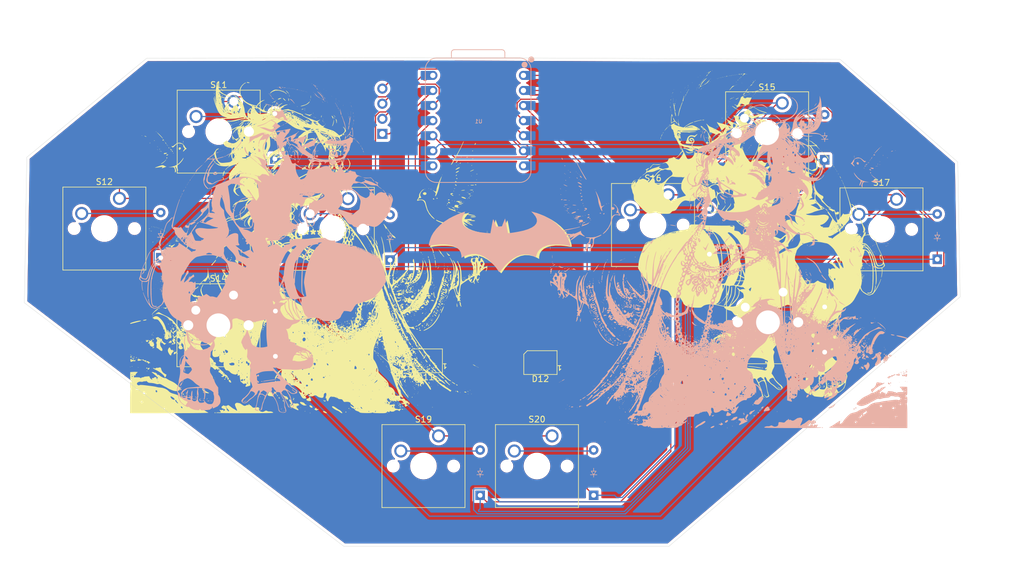
<source format=kicad_pcb>
(kicad_pcb (version 20240108) (generator "pcbnew") (generator_version "8.0")
  (layers (0 "F.Cu" signal) (31 "B.Cu" signal) (34 "B.Paste" user) (35 "F.Paste" user) (36 "B.SilkS" user "B.Silkscreen") (37 "F.SilkS" user "F.Silkscreen") (38 "B.Mask" user) (39 "F.Mask" user) (44 "Edge.Cuts" user))
  (net 0 "")
  (net 1 "Net-(D11-DOUT)")
  (net 2 "Net-(D11-VSS)")
  (net 3 "Net-(D11-DIN)")
  (net 4 "Net-(D11-VDD)")
  (net 6 "Net-(J1-SCL)")
  (net 7 "Net-(J1-SDA)")
  (net 8 "Net-(J1-VCC)")
  (net 9 "Net-(U1-GPIO4{slash}MISO)")
  (net 10 "Net-(U1-GPIO2{slash}SCK)")
  (net 11 "Net-(U1-GPIO1{slash}RX)")
  (net 12 "Net-(D13-A)")
  (net 13 "Net-(D13-K)")
  (net 14 "Net-(D14-A)")
  (net 15 "Net-(D14-K)")
  (net 16 "Net-(D15-A)")
  (net 17 "Net-(D15-K)")
  (net 18 "Net-(D16-K)")
  (net 19 "Net-(D16-A)")
  (net 20 "Net-(D17-A)")
  (net 21 "Net-(D18-A)")
  (net 22 "Net-(D19-A)")
  (net 23 "Net-(D20-A)")
  (net 24 "Net-(D21-A)")
  (net 25 "Net-(D22-A)")
  (footprint "Button_Switch_Keyboard:SW_Cherry_MX_1.00u_PCB" (layer "F.Cu") (at 146.66 109.53)
    (property "Reference" "S20" (at -2.54 -2.794 0) (layer "F.SilkS"))
    (property "Value" "Keyswitch")
    (pad "" np_thru_hole circle (at -7.62 5.08) (size 1.7 1.7) (drill 1.7) (layers "*.Cu" "*.Mask"))
    (pad "" np_thru_hole circle (at -2.54 5.08) (size 4 4) (drill 4) (layers "*.Cu" "*.Mask"))
    (pad "" np_thru_hole circle (at 2.54 5.08) (size 1.7 1.7) (drill 1.7) (layers "*.Cu" "*.Mask"))
    (pad "1" thru_hole circle (at 0 0) (size 2.2 2.2) (drill 1.5) (layers "*.Cu" "*.Mask") (net 11 "Net-(U1-GPIO1{slash}RX)"))
    (pad "2" thru_hole circle (at -6.35 2.54) (size 2.2 2.2) (drill 1.5) (layers "*.Cu" "*.Mask") (net 25 "Net-(D22-A)"))
  )
  (footprint "Button_Switch_Keyboard:SW_Cherry_MX_1.00u_PCB" (layer "F.Cu") (at 73.85 69.52)
    (property "Reference" "S12" (at -2.54 -2.794 0) (layer "F.SilkS"))
    (property "Value" "Keyswitch")
    (pad "" np_thru_hole circle (at -7.62 5.08) (size 1.7 1.7) (drill 1.7) (layers "*.Cu" "*.Mask"))
    (pad "" np_thru_hole circle (at -2.54 5.08) (size 4 4) (drill 4) (layers "*.Cu" "*.Mask"))
    (pad "" np_thru_hole circle (at 2.54 5.08) (size 1.7 1.7) (drill 1.7) (layers "*.Cu" "*.Mask"))
    (pad "1" thru_hole circle (at 0 0) (size 2.2 2.2) (drill 1.5) (layers "*.Cu" "*.Mask") (net 9 "Net-(U1-GPIO4{slash}MISO)"))
    (pad "2" thru_hole circle (at -6.35 2.54) (size 2.2 2.2) (drill 1.5) (layers "*.Cu" "*.Mask") (net 14 "Net-(D14-A)"))
  )
  (footprint "Slikscreen:Batman" (layer "F.Cu") (at 138.05 77.1)
    (property "Reference" "G***" (at 0 0 0) (layer "F.SilkS") (effects (font (size 1.5 1.5) (thickness 0.3))))
    (property "Value" "LOGO" (hide yes))
  )
  (footprint "Button_Switch_Keyboard:SW_Cherry_MX_1.00u_PCB" (layer "F.Cu") (at 185.4 53.46)
    (property "Reference" "S15" (at -2.57 -2.67 0) (layer "F.SilkS"))
    (property "Value" "Keyswitch")
    (pad "" np_thru_hole circle (at -7.62 5.08) (size 1.7 1.7) (drill 1.7) (layers "*.Cu" "*.Mask"))
    (pad "" np_thru_hole circle (at -2.54 5.08) (size 4 4) (drill 4) (layers "*.Cu" "*.Mask"))
    (pad "" np_thru_hole circle (at 2.54 5.08) (size 1.7 1.7) (drill 1.7) (layers "*.Cu" "*.Mask"))
    (pad "1" thru_hole circle (at 0 0) (size 2.2 2.2) (drill 1.5) (layers "*.Cu" "*.Mask") (net 10 "Net-(U1-GPIO2{slash}SCK)"))
    (pad "2" thru_hole circle (at -6.35 2.54) (size 2.2 2.2) (drill 1.5) (layers "*.Cu" "*.Mask") (net 20 "Net-(D17-A)"))
  )
  (footprint "Button_Switch_Keyboard:SW_Cherry_MX_1.00u_PCB" (layer "F.Cu") (at 185.54 85.31)
    (property "Reference" "S18" (at -2.38 -3.14 0) (layer "F.SilkS"))
    (property "Value" "Keyswitch")
    (pad "" np_thru_hole circle (at -7.62 5.08) (size 1.7 1.7) (drill 1.7) (layers "*.Cu" "*.Mask"))
    (pad "" np_thru_hole circle (at -2.54 5.08) (size 4 4) (drill 4) (layers "*.Cu" "*.Mask"))
    (pad "" np_thru_hole circle (at 2.54 5.08) (size 1.7 1.7) (drill 1.7) (layers "*.Cu" "*.Mask"))
    (pad "1" thru_hole circle (at 0 0) (size 2.2 2.2) (drill 1.5) (layers "*.Cu" "*.Mask") (net 10 "Net-(U1-GPIO2{slash}SCK)"))
    (pad "2" thru_hole circle (at -6.35 2.54) (size 2.2 2.2) (drill 1.5) (layers "*.Cu" "*.Mask") (net 23 "Net-(D20-A)"))
  )
  (footprint "LED_SMD:LED_SK6812MINI_PLCC4_3.5x3.5mm_P1.75mm" (layer "F.Cu") (at 144.7 97.175 180)
    (property "Reference" "D12" (at 0 -2.75 360) (layer "F.SilkS"))
    (property "Value" "SK6812MINI")
    (fp_text user "1" (at -3.2 -0.875 180) (layer "F.SilkS") (effects (font (size 0.8 0.8))))
    (pad "1" smd rect (at -1.75 -0.875 180) (size 1.6 0.85) (layers "F.Cu" "F.Paste" "F.Mask"))
    (pad "2" smd rect (at -1.75 0.875 180) (size 1.6 0.85) (layers "F.Cu" "F.Paste" "F.Mask") (net 2 "Net-(D11-VSS)"))
    (pad "3" smd rect (at 1.75 0.875 180) (size 1.6 0.85) (layers "F.Cu" "F.Paste" "F.Mask") (net 1 "Net-(D11-DOUT)"))
    (pad "4" smd rect (at 1.75 -0.875 180) (size 1.6 0.85) (layers "F.Cu" "F.Paste" "F.Mask") (net 4 "Net-(D11-VDD)"))
  )
  (footprint "Button_Switch_Keyboard:SW_Cherry_MX_1.00u_PCB" (layer "F.Cu") (at 204.64 69.66)
    (property "Reference" "S17" (at -2.54 -2.794 0) (layer "F.SilkS"))
    (property "Value" "Keyswitch")
    (pad "" np_thru_hole circle (at -7.62 5.08) (size 1.7 1.7) (drill 1.7) (layers "*.Cu" "*.Mask"))
    (pad "" np_thru_hole circle (at -2.54 5.08) (size 4 4) (drill 4) (layers "*.Cu" "*.Mask"))
    (pad "" np_thru_hole circle (at 2.54 5.08) (size 1.7 1.7) (drill 1.7) (layers "*.Cu" "*.Mask"))
    (pad "1" thru_hole circle (at 0 0) (size 2.2 2.2) (drill 1.5) (layers "*.Cu" "*.Mask") (net 10 "Net-(U1-GPIO2{slash}SCK)"))
    (pad "2" thru_hole circle (at -6.35 2.54) (size 2.2 2.2) (drill 1.5) (layers "*.Cu" "*.Mask") (net 22 "Net-(D19-A)"))
  )
  (footprint "Slikscreen:Kakashi 3" (layer "F.Cu") (at 182.4 75.05)
    (property "Reference" "G***" (at 0 0 0) (layer "F.SilkS") (effects (font (size 1.5 1.5) (thickness 0.3))))
    (property "Value" "LOGO" (hide yes))
  )
  (footprint "Button_Switch_Keyboard:SW_Cherry_MX_1.00u_PCB" (layer "F.Cu") (at 166.19 68.92)
    (property "Reference" "S16" (at -2.54 -2.794 0) (layer "F.SilkS"))
    (property "Value" "Keyswitch")
    (pad "" np_thru_hole circle (at -7.62 5.08) (size 1.7 1.7) (drill 1.7) (layers "*.Cu" "*.Mask"))
    (pad "" np_thru_hole circle (at -2.54 5.08) (size 4 4) (drill 4) (layers "*.Cu" "*.Mask"))
    (pad "" np_thru_hole circle (at 2.54 5.08) (size 1.7 1.7) (drill 1.7) (layers "*.Cu" "*.Mask"))
    (pad "1" thru_hole circle (at 0 0) (size 2.2 2.2) (drill 1.5) (layers "*.Cu" "*.Mask") (net 10 "Net-(U1-GPIO2{slash}SCK)"))
    (pad "2" thru_hole circle (at -6.35 2.54) (size 2.2 2.2) (drill 1.5) (layers "*.Cu" "*.Mask") (net 21 "Net-(D18-A)"))
  )
  (footprint "Button_Switch_Keyboard:SW_Cherry_MX_1.00u_PCB" (layer "F.Cu") (at 127.56 109.53)
    (property "Reference" "S19" (at -2.54 -2.794 0) (layer "F.SilkS"))
    (property "Value" "Keyswitch")
    (pad "" np_thru_hole circle (at -7.62 5.08) (size 1.7 1.7) (drill 1.7) (layers "*.Cu" "*.Mask"))
    (pad "" np_thru_hole circle (at -2.54 5.08) (size 4 4) (drill 4) (layers "*.Cu" "*.Mask"))
    (pad "" np_thru_hole circle (at 2.54 5.08) (size 1.7 1.7) (drill 1.7) (layers "*.Cu" "*.Mask"))
    (pad "1" thru_hole circle (at 0 0) (size 2.2 2.2) (drill 1.5) (layers "*.Cu" "*.Mask") (net 11 "Net-(U1-GPIO1{slash}RX)"))
    (pad "2" thru_hole circle (at -6.35 2.54) (size 2.2 2.2) (drill 1.5) (layers "*.Cu" "*.Mask") (net 24 "Net-(D21-A)"))
  )
  (footprint "Button_Switch_Keyboard:SW_Cherry_MX_1.00u_PCB" (layer "F.Cu") (at 112.3 69.56)
    (property "Reference" "S13" (at -2.54 -2.794 0) (layer "F.SilkS"))
    (property "Value" "Keyswitch")
    (pad "" np_thru_hole circle (at -7.62 5.08) (size 1.7 1.7) (drill 1.7) (layers "*.Cu" "*.Mask"))
    (pad "" np_thru_hole circle (at -2.54 5.08) (size 4 4) (drill 4) (layers "*.Cu" "*.Mask"))
    (pad "" np_thru_hole circle (at 2.54 5.08) (size 1.7 1.7) (drill 1.7) (layers "*.Cu" "*.Mask"))
    (pad "1" thru_hole circle (at 0 0) (size 2.2 2.2) (drill 1.5) (layers "*.Cu" "*.Mask") (net 9 "Net-(U1-GPIO4{slash}MISO)"))
    (pad "2" thru_hole circle (at -6.35 2.54) (size 2.2 2.2) (drill 1.5) (layers "*.Cu" "*.Mask") (net 16 "Net-(D15-A)"))
  )
  (footprint "Button_Switch_Keyboard:SW_Cherry_MX_1.00u_PCB" (layer "F.Cu") (at 93.1 53.19)
    (property "Reference" "S11" (at -2.54 -2.794 0) (layer "F.SilkS"))
    (property "Value" "Keyswitch")
    (pad "" np_thru_hole circle (at -7.62 5.08) (size 1.7 1.7) (drill 1.7) (layers "*.Cu" "*.Mask"))
    (pad "" np_thru_hole circle (at -2.54 5.08) (size 4 4) (drill 4) (layers "*.Cu" "*.Mask"))
    (pad "" np_thru_hole circle (at 2.54 5.08) (size 1.7 1.7) (drill 1.7) (layers "*.Cu" "*.Mask"))
    (pad "1" thru_hole circle (at 0 0) (size 2.2 2.2) (drill 1.5) (layers "*.Cu" "*.Mask") (net 9 "Net-(U1-GPIO4{slash}MISO)"))
    (pad "2" thru_hole circle (at -6.35 2.54) (size 2.2 2.2) (drill 1.5) (layers "*.Cu" "*.Mask") (net 12 "Net-(D13-A)"))
  )
  (footprint "LED_SMD:LED_SK6812MINI_PLCC4_3.5x3.5mm_P1.75mm" (layer "F.Cu") (at 125.4 96.875 180)
    (property "Reference" "D11" (at 0 -2.75 360) (layer "F.SilkS"))
    (property "Value" "SK6812MINI")
    (fp_text user "1" (at -3.2 -0.875 180) (layer "F.SilkS") (effects (font (size 0.8 0.8))))
    (pad "1" smd rect (at -1.75 -0.875 180) (size 1.6 0.85) (layers "F.Cu" "F.Paste" "F.Mask") (net 1 "Net-(D11-DOUT)"))
    (pad "2" smd rect (at -1.75 0.875 180) (size 1.6 0.85) (layers "F.Cu" "F.Paste" "F.Mask") (net 2 "Net-(D11-VSS)"))
    (pad "3" smd rect (at 1.75 0.875 180) (size 1.6 0.85) (layers "F.Cu" "F.Paste" "F.Mask") (net 3 "Net-(D11-DIN)"))
    (pad "4" smd rect (at 1.75 -0.875 180) (size 1.6 0.85) (layers "F.Cu" "F.Paste" "F.Mask") (net 4 "Net-(D11-VDD)"))
  )
  (footprint "Button_Switch_Keyboard:SW_Cherry_MX_1.00u_PCB" (layer "F.Cu") (at 93.05 85.81)
    (property "Reference" "S14" (at -2.54 -2.794 0) (layer "F.SilkS"))
    (property "Value" "Keyswitch")
    (pad "" np_thru_hole circle (at -7.62 5.08) (size 1.7 1.7) (drill 1.7) (layers "*.Cu" "*.Mask"))
    (pad "" np_thru_hole circle (at -2.54 5.08) (size 4 4) (drill 4) (layers "*.Cu" "*.Mask"))
    (pad "" np_thru_hole circle (at 2.54 5.08) (size 1.7 1.7) (drill 1.7) (layers "*.Cu" "*.Mask"))
    (pad "1" thru_hole circle (at 0 0) (size 2.2 2.2) (drill 1.5) (layers "*.Cu" "*.Mask") (net 9 "Net-(U1-GPIO4{slash}MISO)"))
    (pad "2" thru_hole circle (at -6.35 2.54) (size 2.2 2.2) (drill 1.5) (layers "*.Cu" "*.Mask") (net 19 "Net-(D16-A)"))
  )
  (footprint "ScottoKeebs_Components:OLED_128x32" (layer "F.Cu") (at 116.5 48.85)
    (property "Reference" "J1" (hide yes))
    (property "Value" "OLED_128x32")
    (pad "1" thru_hole rect (at 1.6 9.8 180) (size 1.7 1.7) (drill 1) (layers "*.Cu" "*.Mask") (net 2 "Net-(D11-VSS)"))
    (pad "2" thru_hole oval (at 1.6 7.26 180) (size 1.7 1.7) (drill 1) (layers "*.Cu" "*.Mask") (net 8 "Net-(J1-VCC)"))
    (pad "3" thru_hole oval (at 1.6 4.72 180) (size 1.7 1.7) (drill 1) (layers "*.Cu" "*.Mask") (net 6 "Net-(J1-SCL)"))
    (pad "4" thru_hole oval (at 1.6 2.18 180) (size 1.7 1.7) (drill 1) (layers "*.Cu" "*.Mask") (net 7 "Net-(J1-SDA)"))
  )
  (footprint "Slikscreen:Krishna 3" (layer "F.Cu") (at 105.7 75.65)
    (property "Reference" "G***" (at 0 0 0) (layer "F.SilkS") (effects (font (size 1.5 1.5) (thickness 0.3))))
    (property "Value" "LOGO" (hide yes))
  )
  (footprint "ScottoKeebs_Components:Diode_DO-35" (layer "B.Cu") (at 80.8 79.52 90)
    (property "Reference" "D14" (hide yes))
    (property "Value" "Diode" (hide yes))
    (pad "1" thru_hole rect (at 0 0 90) (size 1.6 1.6) (drill 0.8) (layers "*.Cu" "*.Mask") (net 15 "Net-(D14-K)"))
    (pad "2" thru_hole oval (at 7.62 0 90) (size 1.6 1.6) (drill 0.8) (layers "*.Cu" "*.Mask") (net 14 "Net-(D14-A)"))
  )
  (footprint "ScottoKeebs_Components:Diode_DO-35" (layer "B.Cu") (at 192.54 95.42 90)
    (property "Reference" "D20" (hide yes))
    (property "Value" "Diode" (hide yes))
    (pad "1" thru_hole rect (at 0 0 90) (size 1.6 1.6) (drill 0.8) (layers "*.Cu" "*.Mask") (net 18 "Net-(D16-K)"))
    (pad "2" thru_hole oval (at 7.62 0 90) (size 1.6 1.6) (drill 0.8) (layers "*.Cu" "*.Mask") (net 23 "Net-(D20-A)"))
  )
  (footprint "Slikscreen:Kakashi 3" (layer "B.Cu") (at 97.45 77.3 180)
    (property "Reference" "G***" (at 0 0 0) (layer "B.SilkS") (effects (font (size 1.5 1.5) (thickness 0.3)) (justify mirror)))
    (property "Value" "LOGO" (hide yes))
  )
  (footprint "ScottoKeebs_Components:Diode_DO-35" (layer "B.Cu") (at 173.14 78.92 90)
    (property "Reference" "D18" (hide yes))
    (property "Value" "Diode" (hide yes))
    (pad "1" thru_hole rect (at 0 0 90) (size 1.6 1.6) (drill 0.8) (layers "*.Cu" "*.Mask") (net 15 "Net-(D14-K)"))
    (pad "2" thru_hole oval (at 7.62 0 90) (size 1.6 1.6) (drill 0.8) (layers "*.Cu" "*.Mask") (net 21 "Net-(D18-A)"))
  )
  (footprint "ScottoKeebs_Components:Diode_DO-35" (layer "B.Cu") (at 100 62.87 90)
    (property "Reference" "D13" (hide yes))
    (property "Value" "Diode" (hide yes))
    (pad "1" thru_hole rect (at 0 0 90) (size 1.6 1.6) (drill 0.8) (layers "*.Cu" "*.Mask") (net 13 "Net-(D13-K)"))
    (pad "2" thru_hole oval (at 7.62 0 90) (size 1.6 1.6) (drill 0.8) (layers "*.Cu" "*.Mask") (net 12 "Net-(D13-A)"))
  )
  (footprint "ScottoKeebs_Components:Diode_DO-35" (layer "B.Cu") (at 134.56 119.53 90)
    (property "Reference" "D21" (hide yes))
    (property "Value" "Diode" (hide yes))
    (pad "1" thru_hole rect (at 0 0 90) (size 1.6 1.6) (drill 0.8) (layers "*.Cu" "*.Mask") (net 13 "Net-(D13-K)"))
    (pad "2" thru_hole oval (at 7.62 0 90) (size 1.6 1.6) (drill 0.8) (layers "*.Cu" "*.Mask") (net 24 "Net-(D21-A)"))
  )
  (footprint "ScottoKeebs_Components:Diode_DO-35" (layer "B.Cu") (at 153.66 119.53 90)
    (property "Reference" "D22" (hide yes))
    (property "Value" "Diode" (hide yes))
    (pad "1" thru_hole rect (at 0 0 90) (size 1.6 1.6) (drill 0.8) (layers "*.Cu" "*.Mask") (net 15 "Net-(D14-K)"))
    (pad "2" thru_hole oval (at 7.62 0 90) (size 1.6 1.6) (drill 0.8) (layers "*.Cu" "*.Mask") (net 25 "Net-(D22-A)"))
  )
  (footprint "ScottoKeebs_Components:Diode_DO-35" (layer "B.Cu") (at 119.4 79.91 90)
    (property "Reference" "D15" (hide yes))
    (property "Value" "Diode" (hide yes))
    (pad "1" thru_hole rect (at 0 0 90) (size 1.6 1.6) (drill 0.8) (layers "*.Cu" "*.Mask") (net 17 "Net-(D15-K)"))
    (pad "2" thru_hole oval (at 7.62 0 90) (size 1.6 1.6) (drill 0.8) (layers "*.Cu" "*.Mask") (net 16 "Net-(D15-A)"))
  )
  (footprint "OPL:XIAO-RP2040-DIP" (layer "B.Cu") (at 134.22 56.42 180)
    (property "Reference" "U1" (at -0.08 -0.13 0) (layer "B.SilkS") (effects (font (size 0.635 0.635) (thickness 0.1016)) (justify mirror)))
    (property "Value" "XIAO-RP2040-DIP")
    (pad "1" smd roundrect (at -8.455 7.62) (size 2.432 1.524) (layers "B.Cu" "B.Mask") (roundrect_rratio 0.1) (net 18 "Net-(D16-K)"))
    (pad "1" thru_hole circle (at -7.62 7.62) (size 1.524 1.524) (drill 0.889) (layers "*.Cu" "*.Mask") (net 18 "Net-(D16-K)"))
    (pad "2" smd roundrect (at -8.455 5.08) (size 2.432 1.524) (layers "B.Cu" "B.Mask") (roundrect_rratio 0.1) (net 17 "Net-(D15-K)"))
    (pad "2" thru_hole circle (at -7.62 5.08) (size 1.524 1.524) (drill 0.889) (layers "*.Cu" "*.Mask") (net 17 "Net-(D15-K)"))
    (pad "3" smd roundrect (at -8.455 2.54) (size 2.432 1.524) (layers "B.Cu" "B.Mask") (roundrect_rratio 0.1) (net 15 "Net-(D14-K)"))
    (pad "3" thru_hole circle (at -7.62 2.54) (size 1.524 1.524) (drill 0.889) (layers "*.Cu" "*.Mask") (net 15 "Net-(D14-K)"))
    (pad "4" smd roundrect (at -8.455 0) (size 2.432 1.524) (layers "B.Cu" "B.Mask") (roundrect_rratio 0.1) (net 13 "Net-(D13-K)"))
    (pad "4" thru_hole circle (at -7.62 0) (size 1.524 1.524) (drill 0.889) (layers "*.Cu" "*.Mask") (net 13 "Net-(D13-K)"))
    (pad "5" smd roundrect (at -8.455 -2.54) (size 2.432 1.524) (layers "B.Cu" "B.Mask") (roundrect_rratio 0.1) (net 7 "Net-(J1-SDA)"))
    (pad "5" thru_hole circle (at -7.62 -2.54) (size 1.524 1.524) (drill 0.889) (layers "*.Cu" "*.Mask") (net 7 "Net-(J1-SDA)"))
    (pad "6" smd roundrect (at -8.455 -5.08) (size 2.432 1.524) (layers "B.Cu" "B.Mask") (roundrect_rratio 0.1) (net 6 "Net-(J1-SCL)"))
    (pad "6" thru_hole circle (at -7.62 -5.08) (size 1.524 1.524) (drill 0.889) (layers "*.Cu" "*.Mask") (net 6 "Net-(J1-SCL)"))
    (pad "7" smd roundrect (at -8.455 -7.62) (size 2.432 1.524) (layers "B.Cu" "B.Mask") (roundrect_rratio 0.1))
    (pad "7" thru_hole circle (at -7.62 -7.62) (size 1.524 1.524) (drill 0.889) (layers "*.Cu" "*.Mask"))
    (pad "8" thru_hole circle (at 7.62 -7.62 180) (size 1.524 1.524) (drill 0.889) (layers "*.Cu" "*.Mask") (net 11 "Net-(U1-GPIO1{slash}RX)"))
    (pad "8" smd roundrect (at 8.455 -7.62 180) (size 2.432 1.524) (layers "B.Cu" "B.Mask") (roundrect_rratio 0.1) (net 11 "Net-(U1-GPIO1{slash}RX)"))
    (pad "9" thru_hole circle (at 7.62 -5.08 180) (size 1.524 1.524) (drill 0.889) (layers "*.Cu" "*.Mask") (net 10 "Net-(U1-GPIO2{slash}SCK)"))
    (pad "9" smd roundrect (at 8.455 -5.08 180) (size 2.432 1.524) (layers "B.Cu" "B.Mask") (roundrect_rratio 0.1) (net 10 "Net-(U1-GPIO2{slash}SCK)"))
    (pad "10" thru_hole circle (at 7.62 -2.54 180) (size 1.524 1.524) (drill 0.889) (layers "*.Cu" "*.Mask") (net 9 "Net-(U1-GPIO4{slash}MISO)"))
    (pad "10" smd roundrect (at 8.455 -2.54 180) (size 2.432 1.524) (layers "B.Cu" "B.Mask") (roundrect_rratio 0.1) (net 9 "Net-(U1-GPIO4{slash}MISO)"))
    (pad "11" thru_hole circle (at 7.62 0 180) (size 1.524 1.524) (drill 0.889) (layers "*.Cu" "*.Mask") (net 3 "Net-(D11-DIN)"))
    (pad "11" smd roundrect (at 8.455 0 180) (size 2.432 1.524) (layers "B.Cu" "B.Mask") (roundrect_rratio 0.1) (net 3 "Net-(D11-DIN)"))
    (pad "12" thru_hole circle (at 7.62 2.54 180) (size 1.524 1.524) (drill 0.889) (layers "*.Cu" "*.Mask") (net 8 "Net-(J1-VCC)"))
    (pad "12" smd roundrect (at 8.455 2.54 180) (size 2.432 1.524) (layers "B.Cu" "B.Mask") (roundrect_rratio 0.1) (net 8 "Net-(J1-VCC)"))
    (pad "13" thru_hole circle (at 7.62 5.08 180) (size 1.524 1.524) (drill 0.889) (layers "*.Cu" "*.Mask") (net 2 "Net-(D11-VSS)"))
    (pad "13" smd roundrect (at 8.455 5.08 180) (size 2.432 1.524) (layers "B.Cu" "B.Mask") (roundrect_rratio 0.1) (net 2 "Net-(D11-VSS)"))
    (pad "14" thru_hole circle (at 7.62 7.62 180) (size 1.524 1.524) (drill 0.889) (layers "*.Cu" "*.Mask") (net 4 "Net-(D11-VDD)"))
    (pad "14" smd roundrect (at 8.455 7.62 180) (size 2.432 1.524) (layers "B.Cu" "B.Mask") (roundrect_rratio 0.1) (net 4 "Net-(D11-VDD)"))
  )
  (footprint "Slikscreen:Batman" (layer "B.Cu") (at 137.85 76.9 180)
    (property "Reference" "G***" (at 0 0 0) (layer "B.SilkS") (effects (font (size 1.5 1.5) (thickness 0.3)) (justify mirror)))
    (property "Value" "LOGO" (hide yes))
  )
  (footprint "Slikscreen:Krishna 3" (layer "B.Cu") (at 176.4 78.15 180)
    (property "Reference" "G***" (at 0 0 0) (layer "B.SilkS") (effects (font (size 1.5 1.5) (thickness 0.3)) (justify mirror)))
    (property "Value" "LOGO" (hide yes))
  )
  (footprint "ScottoKeebs_Components:Diode_DO-35" (layer "B.Cu") (at 100.1 96.12 90)
    (property "Reference" "D16" (hide yes))
    (property "Value" "Diode" (hide yes))
    (pad "1" thru_hole rect (at 0 0 90) (size 1.6 1.6) (drill 0.8) (layers "*.Cu" "*.Mask") (net 18 "Net-(D16-K)"))
    (pad "2" thru_hole oval (at 7.62 0 90) (size 1.6 1.6) (drill 0.8) (layers "*.Cu" "*.Mask") (net 19 "Net-(D16-A)"))
  )
  (footprint "ScottoKeebs_Components:Diode_DO-35" (layer "B.Cu") (at 192.55 63.02 90)
    (property "Reference" "D17" (hide yes))
    (property "Value" "Diode" (hide yes))
    (pad "1" thru_hole rect (at 0 0 90) (size 1.6 1.6) (drill 0.8) (layers "*.Cu" "*.Mask") (net 13 "Net-(D13-K)"))
    (pad "2" thru_hole oval (at 7.62 0 90) (size 1.6 1.6) (drill 0.8) (layers "*.Cu" "*.Mask") (net 20 "Net-(D17-A)"))
  )
  (footprint "ScottoKeebs_Components:Diode_DO-35" (layer "B.Cu") (at 211.49 79.77 90)
    (property "Reference" "D19" (hide yes))
    (property "Value" "Diode" (hide yes))
    (pad "1" thru_hole rect (at 0 0 90) (size 1.6 1.6) (drill 0.8) (layers "*.Cu" "*.Mask") (net 17 "Net-(D15-K)"))
    (pad "2" thru_hole oval (at 7.62 0 90) (size 1.6 1.6) (drill 0.8) (layers "*.Cu" "*.Mask") (net 22 "Net-(D19-A)"))
  )
  (gr_poly (pts (xy 128.9 45.8) (xy 195.15 46.1) (xy 214.95 63.4) (xy 215.35 86.1) (xy 166.3 128.15) (xy 111.65 128.15) (xy 57.85 87.1) (xy 58.25 62.6) (xy 78.45 45.9) (xy 125.3 45.8) (xy 128 45.8)) (stroke (width 0.05)) (fill none) (layer "Edge.Cuts"))
  (segment (start 127.15 97.75) (end 141.5 97.75) (width 0.2) (layer "F.Cu") (net 1))
  (segment (start 141.5 97.75) (end 142.95 96.3) (width 0.2) (layer "F.Cu") (net 1))
  (segment (start 118.1 58.65) (end 119.29 58.65) (width 0.2) (layer "F.Cu") (net 2))
  (segment (start 145.525 95.375) (end 146.45 96.3) (width 0.2) (layer "F.Cu") (net 2))
  (segment (start 127.775 95.375) (end 145.525 95.375) (width 0.2) (layer "F.Cu") (net 2))
  (segment (start 122.5 55.44) (end 126.6 51.34) (width 0.2) (layer "F.Cu") (net 2))
  (segment (start 126.425 96.725) (end 122.55 96.725) (width 0.2) (layer "F.Cu") (net 2))
  (segment (start 122.5 96.675) (end 122.5 55.44) (width 0.2) (layer "F.Cu") (net 2))
  (segment (start 127.15 96) (end 127.775 95.375) (width 0.2) (layer "F.Cu") (net 2))
  (segment (start 127.15 96) (end 126.425 96.725) (width 0.2) (layer "F.Cu") (net 2))
  (segment (start 119.29 58.65) (end 126.6 51.34) (width 0.2) (layer "F.Cu") (net 2))
  (segment (start 122.55 96.725) (end 122.5 96.675) (width 0.2) (layer "F.Cu") (net 2))
  (segment (start 123.65 59.37) (end 126.6 56.42) (width 0.2) (layer "F.Cu") (net 3))
  (segment (start 123.65 96) (end 123.65 59.37) (width 0.2) (layer "F.Cu") (net 3))
  (segment (start 117.623654 54.96) (end 118.684314 54.96) (width 0.2) (layer "F.Cu") (net 4))
  (segment (start 123.65 100.45) (end 123.35 100.75) (width 0.2) (layer "F.Cu") (net 4))
  (segment (start 140.25 100.75) (end 142.95 98.05) (width 0.2) (layer "F.Cu") (net 4))
  (segment (start 123.35 100.75) (end 140.25 100.75) (width 0.2) (layer "F.Cu") (net 4))
  (segment (start 116.95 55.633654) (end 117.623654 54.96) (width 0.2) (layer "F.Cu") (net 4))
  (segment (start 123.65 97.75) (end 122.65 97.75) (width 0.2) (layer "F.Cu") (net 4))
  (segment (start 116.95 92.05) (end 116.95 55.633654) (width 0.2) (layer "F.Cu") (net 4))
  (segment (start 122.65 97.75) (end 116.95 92.05) (width 0.2) (layer "F.Cu") (net 4))
  (segment (start 123.65 97.75) (end 123.65 100.45) (width 0.2) (layer "F.Cu") (net 4))
  (segment (start 124.844314 48.8) (end 126.6 48.8) (width 0.2) (layer "F.Cu") (net 4))
  (segment (start 118.684314 54.96) (end 124.844314 48.8) (width 0.2) (layer "F.Cu") (net 4))
  (segment (start 128.078 47.738) (end 141.84 61.5) (width 0.2) (layer "F.Cu") (net 6))
  (segment (start 118.1 53.57) (end 123.932 47.738) (width 0.2) (layer "F.Cu") (net 6))
  (segment (start 123.932 47.738) (end 128.078 47.738) (width 0.2) (layer "F.Cu") (net 6))
  (segment (start 122.192 46.938) (end 129.818 46.938) (width 0.2) (layer "F.Cu") (net 7))
  (segment (start 118.1 51.03) (end 122.192 46.938) (width 0.2) (layer "F.Cu") (net 7))
  (segment (start 129.818 46.938) (end 141.84 58.96) (width 0.2) (layer "F.Cu") (net 7))
  (segment (start 127.662 52.818) (end 126.6 53.88) (width 0.2) (layer "F.Cu") (net 8))
  (segment (start 123.932 50.278) (end 127.039895 50.278) (width 0.2) (layer "F.Cu") (net 8))
  (segment (start 118.1 56.11) (end 123.932 50.278) (width 0.2) (layer "F.Cu") (net 8))
  (segment (start 127.662 50.900105) (end 127.662 52.818) (width 0.2) (layer "F.Cu") (net 8))
  (segment (start 127.039895 50.278) (end 127.662 50.900105) (width 0.2) (layer "F.Cu") (net 8))
  (segment (start 112.3 69.56) (end 111.516598 69.56) (width 0.2) (layer "F.Cu") (net 9))
  (segment (start 142.279895 62.562) (end 130.202 62.562) (width 0.2) (layer "F.Cu") (net 9))
  (segment (start 93.1 53.19) (end 93.87 52.42) (width 0.2) (layer "F.Cu") (net 9))
  (segment (start 111.516598 69.56) (end 95.266598 85.81) (width 0.2) (layer "F.Cu") (net 9))
  (segment (start 73.85 69.52) (end 93.95 69.52) (width 0.2) (layer "F.Cu") (net 9))
  (segment (start 95.266598 85.81) (end 93.05 85.81) (width 0.2) (layer "F.Cu") (net 9))
  (segment (start 112.3 69.56) (end 93.99 69.56) (width 0.2) (layer "F.Cu") (net 9))
  (segment (start 77.08 53.19) (end 75.56 51.67) (width 0.2) (layer "F.Cu") (net 9))
  (segment (start 128.300105 47.338) (end 141.400105 60.438) (width 0.2) (layer "F.Cu") (net 9))
  (segment (start 142.902 61.939895) (end 142.279895 62.562) (width 0.2) (layer "F.Cu") (net 9))
  (segment (start 75.56 51.67) (end 73.85 53.38) (width 0.2) (layer "F.Cu") (net 9))
  (segment (start 130.202 62.562) (end 126.6 58.96) (width 0.2) (layer "F.Cu") (net 9))
  (segment (start 141.400105 60.438) (end 142.279895 60.438) (width 0.2) (layer "F.Cu") (net 9))
  (segment (start 118.684314 52.42) (end 123.766314 47.338) (width 0.2) (layer "F.Cu") (net 9))
  (segment (start 142.902 61.060105) (end 142.902 61.939895) (width 0.2) (layer "F.Cu") (net 9))
  (segment (start 123.766314 47.338) (end 128.300105 47.338) (width 0.2) (layer "F.Cu") (net 9))
  (segment (start 93.99 69.56) (end 93.95 69.52) (width 0.2) (layer "F.Cu") (net 9))
  (segment (start 142.279895 60.438) (end 142.902 61.060105) (width 0.2) (layer "F.Cu") (net 9))
  (segment (start 73.85 53.38) (end 73.85 69.52) (width 0.2) (layer "F.Cu") (net 9))
  (segment (start 93.1 53.19) (end 77.08 53.19) (width 0.2) (layer "F.Cu") (net 9))
  (segment (start 93.87 52.42) (end 118.684314 52.42) (width 0.2) (layer "F.Cu") (net 9))
  (segment (start 204.64 69.66) (end 203.797056 69.66) (width 0.2) (layer "F.Cu") (net 10))
  (segment (start 203.9 68.92) (end 204.64 69.66) (width 0.2) (layer "F.Cu") (net 10))
  (segment (start 166.19 68.92) (end 169.156598 68.92) (width 0.2) (layer "F.Cu") (net 10))
  (segment (start 169.156598 68.92) (end 184.616598 53.46) (width 0.2) (layer "F.Cu") (net 10))
  (segment (start 188.147056 85.31) (end 185.54 85.31) (width 0.2) (layer "F.Cu") (net 10))
  (segment (start 203.797056 69.66) (end 188.147056 85.31) (width 0.2) (layer "F.Cu") (net 10))
  (segment (start 166.19 68.92) (end 203.9 68.92) (width 0.2) (layer "F.Cu") (net 10))
  (segment (start 184.616598 53.46) (end 185.4 53.46) (width 0.2) (layer "F.Cu") (net 10))
  (segment (start 179.610101 53.46) (end 173.7 59.370101) (width 0.2) (layer "B.Cu") (net 10))
  (segment (start 127.662 60.438) (end 126.6 61.5) (width 0.2) (layer "B.Cu") (net 10))
  (segment (start 173.7 62.25) (end 171.888 60.438) (width 0.2) (layer "B.Cu") (net 10))
  (segment (start 185.4 53.46) (end 179.610101 53.46) (width 0.2) (layer "B.Cu") (net 10))
  (segment (start 173.7 59.370101) (end 173.7 62.25) (width 0.2) (layer "B.Cu") (net 10))
  (segment (start 171.888 60.438) (end 127.662 60.438) (width 0.2) (layer "B.Cu") (net 10))
  (segment (start 127.56 109.53) (end 146.66 109.53) (width 0.2) (layer "F.Cu") (net 11))
  (segment (start 94.08 64.04) (end 126.6 64.04) (width 0.2) (layer "B.Cu") (net 11))
  (segment (start 79.7 80.62) (end 79.7 78.42) (width 0.2) (layer "B.Cu") (net 11))
  (segment (start 80.49 81.41) (end 79.7 80.62) (width 0.2) (layer "B.Cu") (net 11))
  (segment (start 99.44 81.41) (end 80.49 81.41) (width 0.2) (layer "B.Cu") (net 11))
  (segment (start 127.56 109.53) (end 99.44 81.41) (width 0.2) (layer "B.Cu") (net 11))
  (segment (start 79.7 78.42) (end 94.08 64.04) (width 0.2) (layer "B.Cu") (net 11))
  (segment (start 86.75 55.73) (end 99.52 55.73) (width 0.2) (layer "B.Cu") (net 12))
  (segment (start 99.52 55.73) (end 100 55.25) (width 0.2) (layer "B.Cu") (net 12))
  (segment (start 158.17 120.63) (end 166.65 112.15) (width 0.2) (layer "F.Cu") (net 13))
  (segment (start 134.56 119.53) (end 135.66 120.63) (width 0.2) (layer "F.Cu") (net 13))
  (segment (start 140.778 53.440105) (end 140.778 55.358) (width 0.2) (layer "F.Cu") (net 13))
  (segment (start 140.778 55.358) (end 141.84 56.42) (width 0.2) (layer "F.Cu") (net 13))
  (segment (start 135.66 120.63) (end 158.17 120.63) (width 0.2) (layer "F.Cu") (net 13))
  (segment (start 166.65 112.15) (end 166.65 73.676598) (width 0.2) (layer "F.Cu") (net 13))
  (segment (start 145.791402 52.818) (end 141.400105 52.818) (width 0.2) (layer "F.Cu") (net 13))
  (segment (start 166.65 73.676598) (end 145.791402 52.818) (width 0.2) (layer "F.Cu") (net 13))
  (segment (start 141.400105 52.818) (end 140.778 53.440105) (width 0.2) (layer "F.Cu") (net 13))
  (segment (start 158.85 122.25) (end 134.3 122.25) (width 0.2) (layer "B.Cu") (net 13))
  (segment (start 192.35 64.2) (end 192.35 64.51) (width 0.2) (layer "B.Cu") (net 13))
  (segment (start 169.5 111.6) (end 158.85 122.25) (width 0.2) (layer "B.Cu") (net 13))
  (segment (start 169.5 87.36) (end 169.5 111.6) (width 0.2) (layer "B.Cu") (net 13))
  (segment (start 191.21 62.87) (end 191.36 63.02) (width 0.2) (layer "B.Cu") (net 13))
  (segment (start 192.33 64.53) (end 169.5 87.36) (width 0.2) (layer "B.Cu") (net 13))
  (segment (start 191.21 62.87) (end 192.6 64.26) (width 0.2) (layer "B.Cu") (net 13))
  (segment (start 192.35 64.51) (end 192.33 64.53) (width 0.2) (layer "B.Cu") (net 13))
  (segment (start 134.56 121.79) (end 134.56 119.53) (width 0.2) (layer "B.Cu") (net 13))
  (segment (start 134.3 122.25) (end 134.3 122.05) (width 0.2) (layer "B.Cu") (net 13))
  (segment (start 192.6 64.26) (end 192.33 64.53) (width 0.2) (layer "B.Cu") (net 13))
  (segment (start 100 62.87) (end 191.21 62.87) (width 0.2) (layer "B.Cu") (net 13))
  (segment (start 134.3 122.05) (end 134.56 121.79) (width 0.2) (layer "B.Cu") (net 13))
  (segment (start 191.36 63.02) (end 192.55 63.02) (width 0.2) (layer "B.Cu") (net 13))
  (segment (start 192.55 63.02) (end 192.55 64) (width 0.2) (layer "B.Cu") (net 13))
  (segment (start 192.29 62.87) (end 192.69 63.27) (width 0.2) (layer "B.Cu") (net 13))
  (segment (start 192.55 64) (end 192.35 64.2) (width 0.2) (layer "B.Cu") (net 13))
  (segment (start 67.5 72.06) (end 80.64 72.06) (width 0.2) (layer "B.Cu") (net 14))
  (segment (start 80.64 72.06) (end 80.8 71.9) (width 0.2) (layer "B.Cu") (net 14))
  (segment (start 152.21 64.25) (end 141.84 53.88) (width 0.2) (layer "F.Cu") (net 15))
  (segment (start 153 64.25) (end 152.21 64.25) (width 0.2) (layer "F.Cu") (net 15))
  (segment (start 152.56 118.43) (end 152.56 64.69) (width 0.2) (layer "F.Cu") (net 15))
  (segment (start 152.56 64.69) (end 153 64.25) (width 0.2) (layer "F.Cu") (net 15))
  (segment (start 153.66 119.53) (end 152.56 118.43) (width 0.2) (layer "F.Cu") (net 15))
  (segment (start 167.35 111) (end 158.45 119.9) (width 0.2) (layer "B.Cu") (net 15))
  (segment (start 157.18 119.53) (end 153.66 119.53) (width 0.2) (layer "B.Cu") (net 15))
  (segment (start 80.8 79.52) (end 81.8 79.52) (width 0.2) (layer "B.Cu") (net 15))
  (segment (start 171.05 81.01) (end 173.14 78.92) (width 0.2) (layer "B.Cu") (net 15))
  (segment (start 81.8 79.52) (end 83.29 81.01) (width 0.2) (layer "B.Cu") (net 15))
  (segment (start 83.29 81.01) (end 171.05 81.01) (width 0.2) (layer "B.Cu") (net 15))
  (segment (start 157.55 119.9) (end 157.18 119.53) (width 0.2) (layer "B.Cu") (net 15))
  (segment (start 158.45 119.9) (end 157.55 119.9) (width 0.2) (layer "B.Cu") (net 15))
  (segment (start 167.35 84.71) (end 167.35 111) (width 0.2) (layer "B.Cu") (net 15))
  (segment (start 173.14 78.92) (end 167.35 84.71) (width 0.2) (layer "B.Cu") (net 15))
  (segment (start 119.21 72.1) (end 119.4 72.29) (width 0.2) (layer "B.Cu") (net 16))
  (segment (start 105.95 72.1) (end 119.21 72.1) (width 0.2) (layer "B.Cu") (net 16))
  (segment (start 211.49 79.77) (end 211.49 74.530101) (width 0.2) (layer "F.Cu") (net 17))
  (segment (start 185.59 51.34) (end 141.84 51.34) (width 0.2) (layer "F.Cu") (net 17))
  (segment (start 211.49 74.530101) (end 193.65 56.690101) (width 0.2) (layer "F.Cu") (net 17))
  (segment (start 190.940101 56.690101) (end 185.59 51.34) (width 0.2) (layer "F.Cu") (net 17))
  (segment (start 193.65 56.690101) (end 190.940101 56.690101) (width 0.2) (layer "F.Cu") (net 17))
  (segment (start 178.474314 77.82) (end 169.1 87.194314) (width 0.2) (layer "B.Cu") (net 17))
  (segment (start 119.4 79.91) (end 121.49 77.82) (width 0.2) (layer "B.Cu") (net 17))
  (segment (start 133.46 121.975685) (end 134.134315 122.65) (width 0.2) (layer "B.Cu") (net 17))
  (segment (start 135.66 118.43) (end 133.46 118.43) (width 0.2) (layer "B.Cu") (net 17))
  (segment (start 121.49 77.82) (end 178.474314 77.82) (width 0.2) (layer "B.Cu") (net 17))
  (segment (start 169.9 87.525686) (end 177.655686 79.77) (width 0.2) (layer "B.Cu") (net 17))
  (segment (start 159.015686 122.65) (end 169.9 111.765686) (width 0.2) (layer "B.Cu") (net 17))
  (segment (start 169.1 87.194314) (end 169.1 111.434314) (width 0.2) (layer "B.Cu") (net 17))
  (segment (start 137.86 120.63) (end 135.66 118.43) (width 0.2) (layer "B.Cu") (net 17))
  (segment (start 169.9 111.765686) (end 169.9 87.525686) (width 0.2) (layer "B.Cu") (net 17))
  (segment (start 177.655686 79.77) (end 211.49 79.77) (width 0.2) (layer "B.Cu") (net 17))
  (segment (start 159.904314 120.63) (end 137.86 120.63) (width 0.2) (layer "B.Cu") (net 17))
  (segment (start 169.1 111.434314) (end 159.904314 120.63) (width 0.2) (layer "B.Cu") (net 17))
  (segment (start 133.46 118.43) (end 133.46 121.975685) (width 0.2) (layer "B.Cu") (net 17))
  (segment (start 134.134315 122.65) (end 159.015686 122.65) (width 0.2) (layer "B.Cu") (net 17))
  (segment (start 187.505635 48.8) (end 141.84 48.8) (width 0.2) (layer "F.Cu") (net 18))
  (segment (start 193.815686 56.290101) (end 193.815686 55.110051) (width 0.2) (layer "F.Cu") (net 18))
  (segment (start 212.59 75.064415) (end 193.815686 56.290101) (width 0.2) (layer "F.Cu") (net 18))
  (segment (start 198.04 95.42) (end 212.59 80.87) (width 0.2) (layer "F.Cu") (net 18))
  (segment (start 212.59 80.87) (end 212.59 75.064415) (width 0.2) (layer "F.Cu") (net 18))
  (segment (start 192.54 95.42) (end 198.04 95.42) (width 0.2) (layer "F.Cu") (net 18))
  (segment (start 193.815686 55.110051) (end 187.505635 48.8) (width 0.2) (layer "F.Cu") (net 18))
  (segment (start 126.03 123.05) (end 164.91 123.05) (width 0.2) (layer "B.Cu") (net 18))
  (segment (start 100.1 97.12) (end 126.03 123.05) (width 0.2) (layer "B.Cu") (net 18))
  (segment (start 100.1 96.12) (end 100.1 97.12) (width 0.2) (layer "B.Cu") (net 18))
  (segment (start 164.91 123.05) (end 192.54 95.42) (width 0.2) (layer "B.Cu") (net 18))
  (segment (start 86.7 88.35) (end 99.95 88.35) (width 0.2) (layer "B.Cu") (net 19))
  (segment (start 99.95 88.35) (end 100.1 88.5) (width 0.2) (layer "B.Cu") (net 19))
  (segment (start 191.95 56) (end 192.55 55.4) (width 0.2) (layer "B.Cu") (net 20))
  (segment (start 179.05 56) (end 191.95 56) (width 0.2) (layer "B.Cu") (net 20))
  (segment (start 159.84 71.46) (end 172.98 71.46) (width 0.2) (layer "B.Cu") (net 21))
  (segment (start 172.98 71.46) (end 173.14 71.3) (width 0.2) (layer "B.Cu") (net 21))
  (segment (start 211.44 72.2) (end 211.49 72.15) (width 0.2) (layer "B.Cu") (net 22))
  (segment (start 198.29 72.2) (end 211.44 72.2) (width 0.2) (layer "B.Cu") (net 22))
  (segment (start 179.19 87.85) (end 192.49 87.85) (width 0.2) (layer "B.Cu") (net 23))
  (segment (start 192.49 87.85) (end 192.54 87.8) (width 0.2) (layer "B.Cu") (net 23))
  (segment (start 134.4 112.07) (end 134.56 111.91) (width 0.2) (layer "B.Cu") (net 24))
  (segment (start 121.21 112.07) (end 134.4 112.07) (width 0.2) (layer "B.Cu") (net 24))
  (segment (start 140.31 112.07) (end 153.5 112.07) (width 0.2) (layer "B.Cu") (net 25))
  (segment (start 153.5 112.07) (end 153.66 111.91) (width 0.2) (layer "B.Cu") (net 25))
  (zone (net 0) (net_name "") (layers "F&B.Cu") (connect_pads (clearance 0.5)) (min_thickness 0.25) (fill yes (thermal_gap 0.5) (thermal_bridge_width 0.5) (island_removal_mode 1) (island_area_min 9.999999))
    (polygon (pts (xy 53.95 36.5) (xy 55.2 129.65) (xy 226.1 131.3) (xy 222.2 36.1) (xy 53.75 36.7) (xy 86.1 36.7)))
  )
)
</source>
